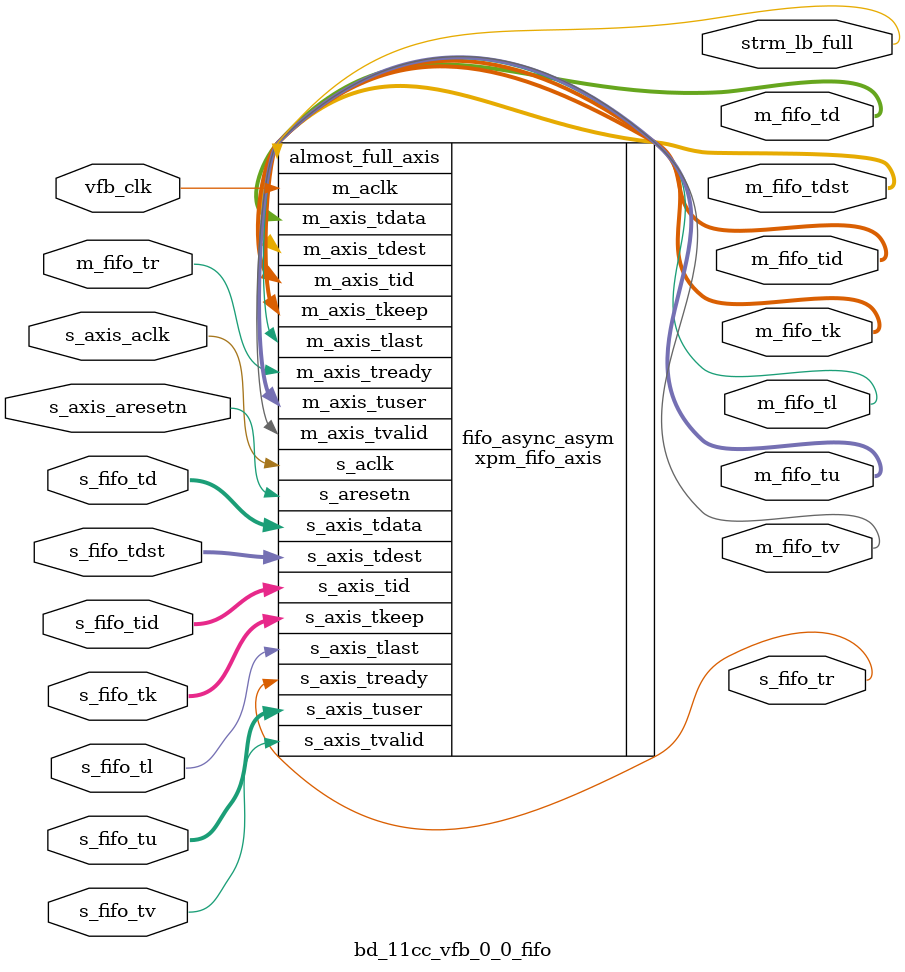
<source format=v>
`timescale 1ps/1ps
module bd_11cc_vfb_0_0_fifo (
  input            s_axis_aclk    ,

  input         s_axis_aresetn ,
  input            vfb_clk        ,
  output    s_fifo_tr      ,
  input     s_fifo_tv      ,
  input      [64-1:0]  s_fifo_td      ,
  input [31:0]     s_fifo_tid    ,   
  input      [24-1:0]  s_fifo_tu      ,
  input      [31:0] s_fifo_tdst      ,
  input      [8-1:0] s_fifo_tk      ,
  input      s_fifo_tl      ,
  input     m_fifo_tr      ,
  output     m_fifo_tv      ,
  output   [64-1:0]   m_fifo_td      ,
  output [31:0]     m_fifo_tid    ,   
  output[ 31:0]     m_fifo_tdst    ,   
  output   [24-1:0]  m_fifo_tu      ,
  output    [8-1:0] m_fifo_tk      ,
  output      m_fifo_tl      ,
  output  strm_lb_full   
);

xpm_fifo_axis#(
      .CLOCKING_MODE("independent_clock"), // String
      .ECC_MODE("no_ecc"),            // String
      .FIFO_DEPTH(2048),              // DECIMAL
      .FIFO_MEMORY_TYPE("block"),      // String
      .PACKET_FIFO("false"),          // String
      .PROG_EMPTY_THRESH(10),         // DECIMAL
      .PROG_FULL_THRESH(2043),          // DECIMAL
      .RD_DATA_COUNT_WIDTH(1),        // DECIMAL
      .RELATED_CLOCKS(0),             // DECIMAL
      .SIM_ASSERT_CHK(0),             // DECIMAL; 0=disable simulation messages, 1=enable simulation messages
      .TDATA_WIDTH(64),               // DECIMAL
      .TDEST_WIDTH(32),                // DECIMAL
      .TID_WIDTH(32),                  // DECIMAL
      .TUSER_WIDTH(24),                // DECIMAL
      .USE_ADV_FEATURES("1000"),      // String
      .WR_DATA_COUNT_WIDTH(1)         // DECIMAL
 ) fifo_async_asym(
  .s_aclk            (s_axis_aclk    ),
  .s_aresetn         (s_axis_aresetn ),
  .m_aclk            (vfb_clk        ),
  .s_axis_tready     (s_fifo_tr      ),
  .s_axis_tvalid     (s_fifo_tv      ),
  .s_axis_tdata      (s_fifo_td      ),
  .s_axis_tid      ( s_fifo_tid      ),
  .s_axis_tuser      (s_fifo_tu      ),
  .s_axis_tdest      (s_fifo_tdst      ),
  .s_axis_tkeep      (s_fifo_tk      ),
  .s_axis_tlast      (s_fifo_tl      ),
  .m_axis_tready     (m_fifo_tr      ),
  .m_axis_tvalid     (m_fifo_tv      ),
  .m_axis_tdata      (m_fifo_td      ),
  .m_axis_tid        (m_fifo_tid      ),
  .m_axis_tdest      (m_fifo_tdst     ),
  .m_axis_tuser      (m_fifo_tu      ),
  .m_axis_tkeep      (m_fifo_tk      ),
  .m_axis_tlast      (m_fifo_tl      ),
  .almost_full_axis  (strm_lb_full   )
);
endmodule

</source>
